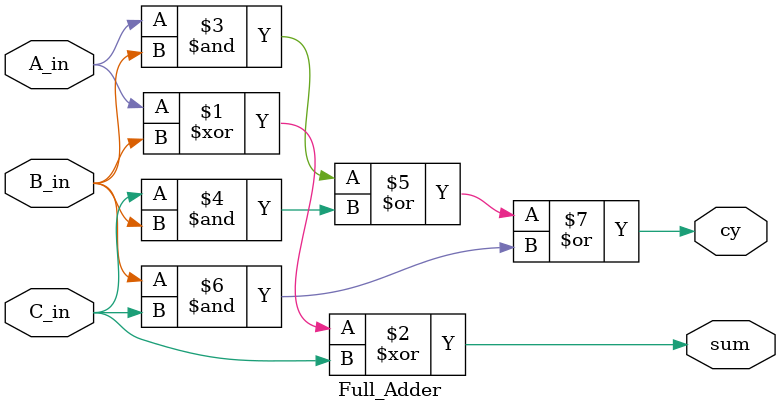
<source format=v>
`timescale 1ns / 1ps
module Full_Adder( A_in, B_in, C_in, sum, cy);

input wire  A_in, B_in, C_in;
output wire sum, cy;

assign sum = A_in ^ B_in ^ C_in;
assign cy = A_in & B_in | C_in & B_in | B_in & C_in;

endmodule

</source>
